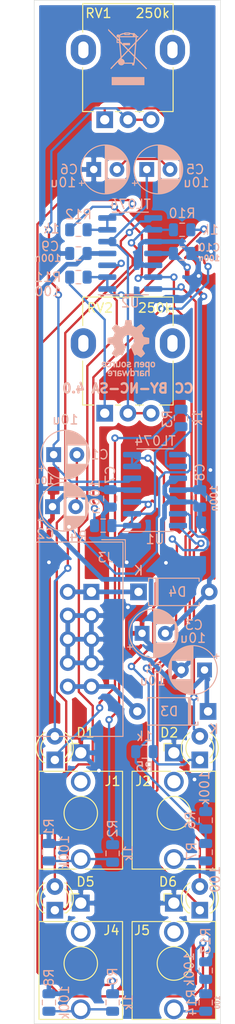
<source format=kicad_pcb>
(kicad_pcb (version 20171130) (host pcbnew "(5.1.4)-1")
  (layers (0 F.Cu signal) (31 B.Cu signal) (34 B.Paste user) (35 F.Paste user) (36 B.SilkS user) (37 F.SilkS user) (38 B.Mask user) (39 F.Mask user) (44 Edge.Cuts user))
  (net 0 "")
  (net 1 "Net-(C1-Pad2)")
  (net 2 "Net-(C1-Pad1)")
  (net 3 +12V)
  (net 4 -12V)
  (net 5 "Net-(C5-Pad2)")
  (net 6 "Net-(C5-Pad1)")
  (net 7 "Net-(D1-Pad2)")
  (net 8 "Net-(D1-Pad1)")
  (net 9 "Net-(D2-Pad2)")
  (net 10 "Net-(D2-Pad1)")
  (net 11 "Net-(D3-Pad2)")
  (net 12 "Net-(D4-Pad1)")
  (net 13 "Net-(D5-Pad2)")
  (net 14 "Net-(D5-Pad1)")
  (net 15 "Net-(D6-Pad2)")
  (net 16 "Net-(D6-Pad1)")
  (net 17 "Net-(J1-PadT)")
  (net 18 "Net-(J2-PadT)")
  (net 19 "Net-(J4-PadT)")
  (net 20 "Net-(J5-PadT)")
  (net 21 "Net-(R2-Pad1)")
  (net 22 "Net-(R3-Pad1)")
  (net 23 "Net-(R4-Pad1)")
  (net 24 "Net-(R5-Pad1)")
  (net 25 "Net-(R9-Pad1)")
  (net 26 "Net-(R10-Pad1)")
  (net 27 "Net-(R11-Pad1)")
  (net 28 "Net-(R12-Pad1)")
  (net 29 Earth)
  (module Symbol:WEEE-Logo_4.2x6mm_SilkScreen (layer B.Cu) (at 208.661 29.337 180)
    (fp_text reference J26 hide)
    (fp_text value WEEE hide)
  )
  (module Symbol:OSHW-Logo_5.7x6mm_SilkScreen (layer B.Cu) (at 208.7245 60.579 180)
    (fp_text reference J27 hide)
    (fp_text value OSHW hide)
  )
  (module Potentiometer_THT:Potentiometer_Alpha_RD901F-40-00D_Single_Vertical (layer F.Cu) (at 206.161 67.564 90)
    (fp_text reference RV2 (at 11.303 -0.508) (layer F.SilkS))
    (fp_text value 250k (at 11.303 5.421) (layer F.SilkS))
    (pad "" thru_hole oval (at 7.5 -2.3 180) (size 2.72 3.24) (drill oval 1.1 1.8) (layers *.Cu *.Mask))
    (pad "" thru_hole oval (at 7.5 7.3 180) (size 2.72 3.24) (drill oval 1.1 1.8) (layers *.Cu *.Mask))
    (pad 3 thru_hole circle (at 0 5 180) (size 1.8 1.8) (drill 1) (layers *.Cu *.Mask) (net 6 "Net-(C5-Pad1)"))
    (pad 2 thru_hole circle (at 0 2.5 180) (size 1.8 1.8) (drill 1) (layers *.Cu *.Mask) (net 6 "Net-(C5-Pad1)"))
    (pad 1 thru_hole rect (at 0 0 180) (size 1.8 1.8) (drill 1) (layers *.Cu *.Mask) (net 27 "Net-(R11-Pad1)"))
  )
  (module Potentiometer_THT:Potentiometer_Alpha_RD901F-40-00D_Single_Vertical (layer F.Cu) (at 206.161 36.068 90)
    (fp_text reference RV1 (at 11.43 -0.675) (layer F.SilkS))
    (fp_text value 250k (at 11.43 5.167) (layer F.SilkS))
    (pad "" thru_hole oval (at 7.5 -2.3 180) (size 2.72 3.24) (drill oval 1.1 1.8) (layers *.Cu *.Mask))
    (pad "" thru_hole oval (at 7.5 7.3 180) (size 2.72 3.24) (drill oval 1.1 1.8) (layers *.Cu *.Mask))
    (pad 3 thru_hole circle (at 0 5 180) (size 1.8 1.8) (drill 1) (layers *.Cu *.Mask) (net 2 "Net-(C1-Pad1)"))
    (pad 2 thru_hole circle (at 0 2.5 180) (size 1.8 1.8) (drill 1) (layers *.Cu *.Mask) (net 2 "Net-(C1-Pad1)"))
    (pad 1 thru_hole rect (at 0 0 180) (size 1.8 1.8) (drill 1) (layers *.Cu *.Mask) (net 23 "Net-(R4-Pad1)"))
  )
  (module Package_SO:SOIC-14_3.9x8.7mm_P1.27mm (layer B.Cu) (at 208.915 50.419)
    (fp_text reference U2 (at 0 5.28) (layer B.SilkS) (effects (justify mirror)))
    (fp_text value TL074 (at 0 -5.28) (layer B.SilkS) (effects (justify mirror)))
    (pad 14 smd roundrect (at 2.475 3.81) (size 1.95 0.6) (layers B.Cu B.Paste B.Mask) (net 15 "Net-(D6-Pad2)"))
    (pad 13 smd roundrect (at 2.475 2.54) (size 1.95 0.6) (layers B.Cu B.Paste B.Mask) (net 16 "Net-(D6-Pad1)"))
    (pad 12 smd roundrect (at 2.475 1.27) (size 1.95 0.6) (layers B.Cu B.Paste B.Mask) (net 29 Earth))
    (pad 11 smd roundrect (at 2.475 0) (size 1.95 0.6) (layers B.Cu B.Paste B.Mask) (net 4 -12V))
    (pad 10 smd roundrect (at 2.475 -1.27) (size 1.95 0.6) (layers B.Cu B.Paste B.Mask) (net 29 Earth))
    (pad 9 smd roundrect (at 2.475 -2.54) (size 1.95 0.6) (layers B.Cu B.Paste B.Mask) (net 14 "Net-(D5-Pad1)"))
    (pad 8 smd roundrect (at 2.475 -3.81) (size 1.95 0.6) (layers B.Cu B.Paste B.Mask) (net 13 "Net-(D5-Pad2)"))
    (pad 7 smd roundrect (at -2.475 -3.81) (size 1.95 0.6) (layers B.Cu B.Paste B.Mask) (net 28 "Net-(R12-Pad1)"))
    (pad 6 smd roundrect (at -2.475 -2.54) (size 1.95 0.6) (layers B.Cu B.Paste B.Mask) (net 28 "Net-(R12-Pad1)"))
    (pad 5 smd roundrect (at -2.475 -1.27) (size 1.95 0.6) (layers B.Cu B.Paste B.Mask) (net 6 "Net-(C5-Pad1)"))
    (pad 4 smd roundrect (at -2.475 0) (size 1.95 0.6) (layers B.Cu B.Paste B.Mask) (net 3 +12V))
    (pad 3 smd roundrect (at -2.475 1.27) (size 1.95 0.6) (layers B.Cu B.Paste B.Mask) (net 25 "Net-(R9-Pad1)"))
    (pad 2 smd roundrect (at -2.475 2.54) (size 1.95 0.6) (layers B.Cu B.Paste B.Mask) (net 26 "Net-(R10-Pad1)"))
    (pad 1 smd roundrect (at -2.475 3.81) (size 1.95 0.6) (layers B.Cu B.Paste B.Mask) (net 26 "Net-(R10-Pad1)"))
  )
  (module Package_SO:SOIC-14_3.9x8.7mm_P1.27mm (layer B.Cu) (at 211.582 75.819)
    (fp_text reference U1 (at 0 5.28) (layer B.SilkS) (effects (justify mirror)))
    (fp_text value TL074 (at 0 -5.28) (layer B.SilkS) (effects (justify mirror)))
    (pad 14 smd roundrect (at 2.475 3.81) (size 1.95 0.6) (layers B.Cu B.Paste B.Mask) (net 9 "Net-(D2-Pad2)"))
    (pad 13 smd roundrect (at 2.475 2.54) (size 1.95 0.6) (layers B.Cu B.Paste B.Mask) (net 10 "Net-(D2-Pad1)"))
    (pad 12 smd roundrect (at 2.475 1.27) (size 1.95 0.6) (layers B.Cu B.Paste B.Mask) (net 29 Earth))
    (pad 11 smd roundrect (at 2.475 0) (size 1.95 0.6) (layers B.Cu B.Paste B.Mask) (net 4 -12V))
    (pad 10 smd roundrect (at 2.475 -1.27) (size 1.95 0.6) (layers B.Cu B.Paste B.Mask) (net 29 Earth))
    (pad 9 smd roundrect (at 2.475 -2.54) (size 1.95 0.6) (layers B.Cu B.Paste B.Mask) (net 8 "Net-(D1-Pad1)"))
    (pad 8 smd roundrect (at 2.475 -3.81) (size 1.95 0.6) (layers B.Cu B.Paste B.Mask) (net 7 "Net-(D1-Pad2)"))
    (pad 7 smd roundrect (at -2.475 -3.81) (size 1.95 0.6) (layers B.Cu B.Paste B.Mask) (net 24 "Net-(R5-Pad1)"))
    (pad 6 smd roundrect (at -2.475 -2.54) (size 1.95 0.6) (layers B.Cu B.Paste B.Mask) (net 24 "Net-(R5-Pad1)"))
    (pad 5 smd roundrect (at -2.475 -1.27) (size 1.95 0.6) (layers B.Cu B.Paste B.Mask) (net 2 "Net-(C1-Pad1)"))
    (pad 4 smd roundrect (at -2.475 0) (size 1.95 0.6) (layers B.Cu B.Paste B.Mask) (net 3 +12V))
    (pad 3 smd roundrect (at -2.475 1.27) (size 1.95 0.6) (layers B.Cu B.Paste B.Mask) (net 21 "Net-(R2-Pad1)"))
    (pad 2 smd roundrect (at -2.475 2.54) (size 1.95 0.6) (layers B.Cu B.Paste B.Mask) (net 22 "Net-(R3-Pad1)"))
    (pad 1 smd roundrect (at -2.475 3.81) (size 1.95 0.6) (layers B.Cu B.Paste B.Mask) (net 22 "Net-(R3-Pad1)"))
  )
  (module Resistor_SMD:R_0805_2012Metric (layer B.Cu) (at 217.043 130.81 90)
    (fp_text reference R14 (at 0 -1.524 270) (layer B.SilkS) (effects (justify mirror)))
    (fp_text value 100 (at 0 1.27 270) (layer B.SilkS) (effects (font (size 0.5 0.5) (thickness 0.125)) (justify mirror)))
    (pad 2 smd roundrect (at 0.9375 0 90) (size 0.975 1.4) (layers B.Cu B.Paste B.Mask) (net 28 "Net-(R12-Pad1)"))
    (pad 1 smd roundrect (at -0.9375 0 90) (size 0.975 1.4) (layers B.Cu B.Paste B.Mask) (net 20 "Net-(J5-PadT)"))
  )
  (module Resistor_SMD:R_0805_2012Metric (layer B.Cu) (at 217.043 127.381 270)
    (fp_text reference R13 (at -3.175 0 270) (layer B.SilkS) (effects (justify mirror)))
    (fp_text value 100k (at -0.127 1.778 270) (layer B.SilkS) (effects (justify mirror)))
    (pad 2 smd roundrect (at 0.9375 0 270) (size 0.975 1.4) (layers B.Cu B.Paste B.Mask) (net 28 "Net-(R12-Pad1)"))
    (pad 1 smd roundrect (at -0.9375 0 270) (size 0.975 1.4) (layers B.Cu B.Paste B.Mask) (net 29 Earth))
  )
  (module Resistor_SMD:R_0805_2012Metric (layer B.Cu) (at 203.327 47.879 180)
    (fp_text reference R12 (at 0 1.65) (layer B.SilkS) (effects (justify mirror)))
    (fp_text value 1k (at 2.921 0.127) (layer B.SilkS) (effects (justify mirror)))
    (pad 2 smd roundrect (at 0.9375 0 180) (size 0.975 1.4) (layers B.Cu B.Paste B.Mask) (net 16 "Net-(D6-Pad1)"))
    (pad 1 smd roundrect (at -0.9375 0 180) (size 0.975 1.4) (layers B.Cu B.Paste B.Mask) (net 28 "Net-(R12-Pad1)"))
  )
  (module Resistor_SMD:R_0805_2012Metric (layer B.Cu) (at 203.327 52.959)
    (fp_text reference R11 (at -3.302 0 180) (layer B.SilkS) (effects (justify mirror)))
    (fp_text value 100 (at -3.302 1.524 180) (layer B.SilkS) (effects (justify mirror)))
    (pad 2 smd roundrect (at 0.9375 0) (size 0.975 1.4) (layers B.Cu B.Paste B.Mask) (net 26 "Net-(R10-Pad1)"))
    (pad 1 smd roundrect (at -0.9375 0) (size 0.975 1.4) (layers B.Cu B.Paste B.Mask) (net 27 "Net-(R11-Pad1)"))
  )
  (module Resistor_SMD:R_0805_2012Metric (layer B.Cu) (at 214.503 47.879 180)
    (fp_text reference R10 (at 0 1.778 180) (layer B.SilkS) (effects (justify mirror)))
    (fp_text value 1k (at -3.048 0 180) (layer B.SilkS) (effects (justify mirror)))
    (pad 2 smd roundrect (at 0.9375 0 180) (size 0.975 1.4) (layers B.Cu B.Paste B.Mask) (net 14 "Net-(D5-Pad1)"))
    (pad 1 smd roundrect (at -0.9375 0 180) (size 0.975 1.4) (layers B.Cu B.Paste B.Mask) (net 26 "Net-(R10-Pad1)"))
  )
  (module Resistor_SMD:R_0805_2012Metric (layer B.Cu) (at 207.01 130.81 270)
    (fp_text reference R9 (at -2.794 0 90) (layer B.SilkS) (effects (justify mirror)))
    (fp_text value 1k (at 0 -1.65 90) (layer B.SilkS) (effects (justify mirror)))
    (pad 2 smd roundrect (at 0.9375 0 270) (size 0.975 1.4) (layers B.Cu B.Paste B.Mask) (net 19 "Net-(J4-PadT)"))
    (pad 1 smd roundrect (at -0.9375 0 270) (size 0.975 1.4) (layers B.Cu B.Paste B.Mask) (net 25 "Net-(R9-Pad1)"))
  )
  (module Resistor_SMD:R_0805_2012Metric (layer B.Cu) (at 200.152 130.81 270)
    (fp_text reference R8 (at -2.667 0 90) (layer B.SilkS) (effects (justify mirror)))
    (fp_text value 100k (at 0 -1.65 90) (layer B.SilkS) (effects (justify mirror)))
    (pad 2 smd roundrect (at 0.9375 0 270) (size 0.975 1.4) (layers B.Cu B.Paste B.Mask) (net 19 "Net-(J4-PadT)"))
    (pad 1 smd roundrect (at -0.9375 0 270) (size 0.975 1.4) (layers B.Cu B.Paste B.Mask) (net 29 Earth))
  )
  (module Resistor_SMD:R_0805_2012Metric (layer B.Cu) (at 217.043 114.681 90)
    (fp_text reference R7 (at 0.127 -1.524 270) (layer B.SilkS) (effects (justify mirror)))
    (fp_text value 100 (at -2.921 1.016 270) (layer B.SilkS) (effects (justify mirror)))
    (pad 2 smd roundrect (at 0.9375 0 90) (size 0.975 1.4) (layers B.Cu B.Paste B.Mask) (net 24 "Net-(R5-Pad1)"))
    (pad 1 smd roundrect (at -0.9375 0 90) (size 0.975 1.4) (layers B.Cu B.Paste B.Mask) (net 18 "Net-(J2-PadT)"))
  )
  (module Resistor_SMD:R_0805_2012Metric (layer B.Cu) (at 217.043 111.252 270)
    (fp_text reference R6 (at 0 1.65 270) (layer B.SilkS) (effects (justify mirror)))
    (fp_text value 100k (at -3.429 0.127 270) (layer B.SilkS) (effects (justify mirror)))
    (pad 2 smd roundrect (at 0.9375 0 270) (size 0.975 1.4) (layers B.Cu B.Paste B.Mask) (net 24 "Net-(R5-Pad1)"))
    (pad 1 smd roundrect (at -0.9375 0 270) (size 0.975 1.4) (layers B.Cu B.Paste B.Mask) (net 29 Earth))
  )
  (module Resistor_SMD:R_0805_2012Metric (layer B.Cu) (at 210.439 103.886)
    (fp_text reference R5 (at 0 1.65) (layer B.SilkS) (effects (justify mirror)))
    (fp_text value 1k (at 0 -1.65) (layer B.SilkS) (effects (justify mirror)))
    (pad 2 smd roundrect (at 0.9375 0) (size 0.975 1.4) (layers B.Cu B.Paste B.Mask) (net 10 "Net-(D2-Pad1)"))
    (pad 1 smd roundrect (at -0.9375 0) (size 0.975 1.4) (layers B.Cu B.Paste B.Mask) (net 24 "Net-(R5-Pad1)"))
  )
  (module Resistor_SMD:R_0805_2012Metric (layer B.Cu) (at 205.994 79.629)
    (fp_text reference R4 (at -2.667 1.143 180) (layer B.SilkS) (effects (justify mirror)))
    (fp_text value 100)
    (pad 2 smd roundrect (at 0.9375 0) (size 0.975 1.4) (layers B.Cu B.Paste B.Mask) (net 22 "Net-(R3-Pad1)"))
    (pad 1 smd roundrect (at -0.9375 0) (size 0.975 1.4) (layers B.Cu B.Paste B.Mask) (net 23 "Net-(R4-Pad1)"))
  )
  (module Resistor_SMD:R_0805_2012Metric (layer B.Cu) (at 214.376 68.072 90)
    (fp_text reference R3 (at -0.127 -1.4605 90) (layer B.SilkS) (effects (justify mirror)))
    (fp_text value 1k (at 0 1.778 90) (layer B.SilkS) (effects (justify mirror)))
    (pad 2 smd roundrect (at 0.9375 0 90) (size 0.975 1.4) (layers B.Cu B.Paste B.Mask) (net 8 "Net-(D1-Pad1)"))
    (pad 1 smd roundrect (at -0.9375 0 90) (size 0.975 1.4) (layers B.Cu B.Paste B.Mask) (net 22 "Net-(R3-Pad1)"))
  )
  (module Resistor_SMD:R_0805_2012Metric (layer B.Cu) (at 207.01 114.808 270)
    (fp_text reference R2 (at -2.667 0 270) (layer B.SilkS) (effects (justify mirror)))
    (fp_text value 1k (at 0 -1.65 270) (layer B.SilkS) (effects (justify mirror)))
    (pad 2 smd roundrect (at 0.9375 0 270) (size 0.975 1.4) (layers B.Cu B.Paste B.Mask) (net 17 "Net-(J1-PadT)"))
    (pad 1 smd roundrect (at -0.9375 0 270) (size 0.975 1.4) (layers B.Cu B.Paste B.Mask) (net 21 "Net-(R2-Pad1)"))
  )
  (module Resistor_SMD:R_0805_2012Metric (layer B.Cu) (at 200.152 114.681 270)
    (fp_text reference R1 (at -2.667 0 270) (layer B.SilkS) (effects (justify mirror)))
    (fp_text value 100k (at 0 -1.65 270) (layer B.SilkS) (effects (justify mirror)))
    (pad 2 smd roundrect (at 0.9375 0 270) (size 0.975 1.4) (layers B.Cu B.Paste B.Mask) (net 17 "Net-(J1-PadT)"))
    (pad 1 smd roundrect (at -0.9375 0 270) (size 0.975 1.4) (layers B.Cu B.Paste B.Mask) (net 29 Earth))
  )
  (module Connector_Audio:Jack_3.5mm_QingPu_WQP-PJ398SM_Vertical_CircularHoles (layer F.Cu) (at 213.614 120.142)
    (fp_text reference J5 (at -3.429 2.921 180) (layer F.SilkS))
    (fp_text value AudioJack2)
    (pad T thru_hole circle (at 0 11.4 180) (size 2.13 2.13) (drill 1.43) (layers *.Cu *.Mask) (net 20 "Net-(J5-PadT)"))
    (pad S thru_hole rect (at 0 0 180) (size 1.93 1.83) (drill 1.22) (layers *.Cu *.Mask) (net 29 Earth))
    (pad TN thru_hole circle (at 0 3.1 180) (size 2.13 2.13) (drill 1.42) (layers *.Cu *.Mask))
  )
  (module Connector_Audio:Jack_3.5mm_QingPu_WQP-PJ398SM_Vertical_CircularHoles (layer F.Cu) (at 203.581 120.142)
    (fp_text reference J4 (at 3.302 2.921 180) (layer F.SilkS))
    (fp_text value AudioJack2)
    (pad T thru_hole circle (at 0 11.4 180) (size 2.13 2.13) (drill 1.43) (layers *.Cu *.Mask) (net 19 "Net-(J4-PadT)"))
    (pad S thru_hole rect (at 0 0 180) (size 1.93 1.83) (drill 1.22) (layers *.Cu *.Mask) (net 29 Earth))
    (pad TN thru_hole circle (at 0 3.1 180) (size 2.13 2.13) (drill 1.42) (layers *.Cu *.Mask))
  )
  (module Connector_IDC:IDC-Header_2x05_P2.54mm_Vertical (layer B.Cu) (at 204.724 86.741 180)
    (fp_text reference J3 (at -1.524 3.683 180) (layer B.SilkS) (effects (justify mirror)))
    (fp_text value Conn_02x05_Odd_Even)
    (pad 10 thru_hole oval (at 2.54 -10.16 180) (size 1.7272 1.7272) (drill 1.016) (layers *.Cu *.Mask) (net 11 "Net-(D3-Pad2)"))
    (pad 9 thru_hole oval (at 0 -10.16 180) (size 1.7272 1.7272) (drill 1.016) (layers *.Cu *.Mask) (net 11 "Net-(D3-Pad2)"))
    (pad 8 thru_hole oval (at 2.54 -7.62 180) (size 1.7272 1.7272) (drill 1.016) (layers *.Cu *.Mask) (net 29 Earth))
    (pad 7 thru_hole oval (at 0 -7.62 180) (size 1.7272 1.7272) (drill 1.016) (layers *.Cu *.Mask) (net 29 Earth))
    (pad 6 thru_hole oval (at 2.54 -5.08 180) (size 1.7272 1.7272) (drill 1.016) (layers *.Cu *.Mask) (net 29 Earth))
    (pad 5 thru_hole oval (at 0 -5.08 180) (size 1.7272 1.7272) (drill 1.016) (layers *.Cu *.Mask) (net 29 Earth))
    (pad 4 thru_hole oval (at 2.54 -2.54 180) (size 1.7272 1.7272) (drill 1.016) (layers *.Cu *.Mask) (net 29 Earth))
    (pad 3 thru_hole oval (at 0 -2.54 180) (size 1.7272 1.7272) (drill 1.016) (layers *.Cu *.Mask) (net 29 Earth))
    (pad 2 thru_hole oval (at 2.54 0 180) (size 1.7272 1.7272) (drill 1.016) (layers *.Cu *.Mask) (net 12 "Net-(D4-Pad1)"))
    (pad 1 thru_hole rect (at 0 0 180) (size 1.7272 1.7272) (drill 1.016) (layers *.Cu *.Mask) (net 12 "Net-(D4-Pad1)"))
  )
  (module Connector_Audio:Jack_3.5mm_QingPu_WQP-PJ398SM_Vertical_CircularHoles (layer F.Cu) (at 213.614 104.013)
    (fp_text reference J2 (at -3.302 3.048 180) (layer F.SilkS))
    (fp_text value AudioJack2)
    (pad T thru_hole circle (at 0 11.4 180) (size 2.13 2.13) (drill 1.43) (layers *.Cu *.Mask) (net 18 "Net-(J2-PadT)"))
    (pad S thru_hole rect (at 0 0 180) (size 1.93 1.83) (drill 1.22) (layers *.Cu *.Mask) (net 29 Earth))
    (pad TN thru_hole circle (at 0 3.1 180) (size 2.13 2.13) (drill 1.42) (layers *.Cu *.Mask))
  )
  (module Connector_Audio:Jack_3.5mm_QingPu_WQP-PJ398SM_Vertical_CircularHoles (layer F.Cu) (at 203.581 104.013)
    (fp_text reference J1 (at 3.429 3.048 180) (layer F.SilkS))
    (fp_text value AudioJack2)
    (pad T thru_hole circle (at 0 11.4 180) (size 2.13 2.13) (drill 1.43) (layers *.Cu *.Mask) (net 17 "Net-(J1-PadT)"))
    (pad S thru_hole rect (at 0 0 180) (size 1.93 1.83) (drill 1.22) (layers *.Cu *.Mask) (net 29 Earth))
    (pad TN thru_hole circle (at 0 3.1 180) (size 2.13 2.13) (drill 1.42) (layers *.Cu *.Mask))
  )
  (module LED_THT:LED_D3.0mm (layer F.Cu) (at 216.408 120.904 90)
    (fp_text reference D6 (at 3.048 -3.429 180) (layer F.SilkS))
    (fp_text value LED_Dual_2pin)
    (pad 2 thru_hole circle (at 2.54 0 90) (size 1.8 1.8) (drill 0.9) (layers *.Cu *.Mask) (net 15 "Net-(D6-Pad2)"))
    (pad 1 thru_hole rect (at 0 0 90) (size 1.8 1.8) (drill 0.9) (layers *.Cu *.Mask) (net 16 "Net-(D6-Pad1)"))
  )
  (module LED_THT:LED_D3.0mm (layer F.Cu) (at 200.787 120.904 90)
    (fp_text reference D5 (at 3.048 3.302 180) (layer F.SilkS))
    (fp_text value LED_Dual_2pin)
    (pad 2 thru_hole circle (at 2.54 0 90) (size 1.8 1.8) (drill 0.9) (layers *.Cu *.Mask) (net 13 "Net-(D5-Pad2)"))
    (pad 1 thru_hole rect (at 0 0 90) (size 1.8 1.8) (drill 0.9) (layers *.Cu *.Mask) (net 14 "Net-(D5-Pad1)"))
  )
  (module Diode_THT:D_A-405_P7.62mm_Horizontal (layer B.Cu) (at 209.804 86.741)
    (fp_text reference D4 (at 4.191 0) (layer B.SilkS) (effects (justify mirror)))
    (fp_text value D_Schottky)
    (fp_text user K (at 0 -2.286) (layer B.SilkS) (effects (justify mirror)))
    (pad 2 thru_hole oval (at 7.62 0) (size 1.8 1.8) (drill 0.9) (layers *.Cu *.Mask) (net 4 -12V))
    (pad 1 thru_hole rect (at 0 0) (size 1.8 1.8) (drill 0.9) (layers *.Cu *.Mask) (net 12 "Net-(D4-Pad1)"))
  )
  (module Diode_THT:D_A-405_P7.62mm_Horizontal (layer B.Cu) (at 217.297 99.568 180)
    (fp_text reference D3 (at 4.191 0) (layer B.SilkS) (effects (justify mirror)))
    (fp_text value D_Schottky)
    (fp_text user K (at -0.635 -1.905) (layer B.SilkS) (effects (justify mirror)))
    (pad 2 thru_hole oval (at 7.62 0 180) (size 1.8 1.8) (drill 0.9) (layers *.Cu *.Mask) (net 11 "Net-(D3-Pad2)"))
    (pad 1 thru_hole rect (at 0 0 180) (size 1.8 1.8) (drill 0.9) (layers *.Cu *.Mask) (net 3 +12V))
  )
  (module LED_THT:LED_D3.0mm (layer F.Cu) (at 216.408 104.775 90)
    (fp_text reference D2 (at 2.921 -3.302 180) (layer F.SilkS))
    (fp_text value LED_Dual_2pin)
    (pad 2 thru_hole circle (at 2.54 0 90) (size 1.8 1.8) (drill 0.9) (layers *.Cu *.Mask) (net 9 "Net-(D2-Pad2)"))
    (pad 1 thru_hole rect (at 0 0 90) (size 1.8 1.8) (drill 0.9) (layers *.Cu *.Mask) (net 10 "Net-(D2-Pad1)"))
  )
  (module LED_THT:LED_D3.0mm (layer F.Cu) (at 200.787 104.775 90)
    (fp_text reference D1 (at 2.921 3.302 180) (layer F.SilkS))
    (fp_text value LED_Dual_2pin)
    (pad 2 thru_hole circle (at 2.54 0 90) (size 1.8 1.8) (drill 0.9) (layers *.Cu *.Mask) (net 7 "Net-(D1-Pad2)"))
    (pad 1 thru_hole rect (at 0 0 90) (size 1.8 1.8) (drill 0.9) (layers *.Cu *.Mask) (net 8 "Net-(D1-Pad1)"))
  )
  (module Capacitor_SMD:C_0805_2012Metric (layer B.Cu) (at 214.503 50.419 180)
    (fp_text reference C10 (at -2.921 0.635) (layer B.SilkS) (effects (font (size 0.8 0.8)) (justify mirror)))
    (fp_text value 100n (at -2.921 -0.508) (layer B.SilkS) (effects (font (size 0.6 0.6)) (justify mirror)))
    (pad 2 smd roundrect (at 0.9375 0 180) (size 0.975 1.4) (layers B.Cu B.Paste B.Mask) (net 4 -12V))
    (pad 1 smd roundrect (at -0.9375 0 180) (size 0.975 1.4) (layers B.Cu B.Paste B.Mask) (net 29 Earth))
  )
  (module Capacitor_SMD:C_0805_2012Metric (layer B.Cu) (at 203.327 50.419)
    (fp_text reference C9 (at -3.048 -0.762) (layer B.SilkS) (effects (justify mirror)))
    (fp_text value 100n (at -3.302 0.508) (layer B.SilkS) (effects (font (size 0.75 0.75)) (justify mirror)))
    (pad 2 smd roundrect (at 0.9375 0) (size 0.975 1.4) (layers B.Cu B.Paste B.Mask) (net 3 +12V))
    (pad 1 smd roundrect (at -0.9375 0) (size 0.975 1.4) (layers B.Cu B.Paste B.Mask) (net 29 Earth))
  )
  (module Capacitor_SMD:C_0805_2012Metric (layer B.Cu) (at 216.408 76.708 270)
    (fp_text reference C8 (at -2.794 0 270) (layer B.SilkS) (effects (justify mirror)))
    (fp_text value 100n (at 0 -1.524 270) (layer B.SilkS) (effects (font (size 0.75 0.75)) (justify mirror)))
    (pad 2 smd roundrect (at 0.9375 0 270) (size 0.975 1.4) (layers B.Cu B.Paste B.Mask) (net 29 Earth))
    (pad 1 smd roundrect (at -0.9375 0 270) (size 0.975 1.4) (layers B.Cu B.Paste B.Mask) (net 4 -12V))
  )
  (module Capacitor_SMD:C_0805_2012Metric (layer B.Cu) (at 206.756 76.708 270)
    (fp_text reference C7 (at -2.54 0 90) (layer B.SilkS) (effects (justify mirror)))
    (fp_text value 100n (at -0.127 1.651 90) (layer B.SilkS) (effects (justify mirror)))
    (pad 2 smd roundrect (at 0.9375 0 270) (size 0.975 1.4) (layers B.Cu B.Paste B.Mask) (net 29 Earth))
    (pad 1 smd roundrect (at -0.9375 0 270) (size 0.975 1.4) (layers B.Cu B.Paste B.Mask) (net 3 +12V))
  )
  (module Capacitor_THT:CP_Radial_D5.0mm_P2.50mm (layer B.Cu) (at 204.978 41.402)
    (fp_text reference C6 (at -2.667 0) (layer B.SilkS) (effects (justify mirror)))
    (fp_text value 10u (at -3.302 1.397) (layer B.SilkS) (effects (justify mirror)))
    (pad 2 thru_hole circle (at 2.5 0) (size 1.6 1.6) (drill 0.8) (layers *.Cu *.Mask) (net 5 "Net-(C5-Pad2)"))
    (pad 1 thru_hole rect (at 0 0) (size 1.6 1.6) (drill 0.8) (layers *.Cu *.Mask) (net 29 Earth))
  )
  (module Capacitor_THT:CP_Radial_D5.0mm_P2.50mm (layer B.Cu) (at 210.693 41.402)
    (fp_text reference C5 (at 5.207 0) (layer B.SilkS) (effects (justify mirror)))
    (fp_text value 10u (at 5.334 1.397) (layer B.SilkS) (effects (justify mirror)))
    (pad 2 thru_hole circle (at 2.5 0) (size 1.6 1.6) (drill 0.8) (layers *.Cu *.Mask) (net 5 "Net-(C5-Pad2)"))
    (pad 1 thru_hole rect (at 0 0) (size 1.6 1.6) (drill 0.8) (layers *.Cu *.Mask) (net 6 "Net-(C5-Pad1)"))
  )
  (module Capacitor_THT:CP_Radial_D5.0mm_P2.50mm (layer B.Cu) (at 210.185 91.186)
    (fp_text reference C4 (at 1.25 3.75) (layer B.SilkS) (effects (justify mirror)))
    (fp_text value 10u (at 1.143 5.08) (layer B.SilkS) (effects (justify mirror)))
    (pad 2 thru_hole circle (at 2.5 0) (size 1.6 1.6) (drill 0.8) (layers *.Cu *.Mask) (net 4 -12V))
    (pad 1 thru_hole rect (at 0 0) (size 1.6 1.6) (drill 0.8) (layers *.Cu *.Mask) (net 29 Earth))
  )
  (module Capacitor_THT:CP_Radial_D5.0mm_P2.50mm (layer B.Cu) (at 216.916 95.123 180)
    (fp_text reference C3 (at 1.143 4.826) (layer B.SilkS) (effects (justify mirror)))
    (fp_text value 10u (at 1.25 3.429) (layer B.SilkS) (effects (justify mirror)))
    (pad 2 thru_hole circle (at 2.5 0 180) (size 1.6 1.6) (drill 0.8) (layers *.Cu *.Mask) (net 29 Earth))
    (pad 1 thru_hole rect (at 0 0 180) (size 1.6 1.6) (drill 0.8) (layers *.Cu *.Mask) (net 3 +12V))
  )
  (module Capacitor_THT:CP_Radial_D5.0mm_P2.50mm (layer B.Cu) (at 200.533 77.597)
    (fp_text reference C2 (at -0.762 2.921) (layer B.SilkS) (effects (justify mirror)))
    (fp_text value 10u (at -0.889 -2.794) (layer B.SilkS) (effects (font (size 0.75 0.75)) (justify mirror)))
    (pad 2 thru_hole circle (at 2.5 0) (size 1.6 1.6) (drill 0.8) (layers *.Cu *.Mask) (net 1 "Net-(C1-Pad2)"))
    (pad 1 thru_hole rect (at 0 0) (size 1.6 1.6) (drill 0.8) (layers *.Cu *.Mask) (net 29 Earth))
  )
  (module Capacitor_THT:CP_Radial_D5.0mm_P2.50mm (layer B.Cu) (at 200.66 72.009)
    (fp_text reference C1 (at 4.953 0) (layer B.SilkS) (effects (justify mirror)))
    (fp_text value 10u (at 1.25 -3.75) (layer B.SilkS) (effects (justify mirror)))
    (pad 2 thru_hole circle (at 2.5 0) (size 1.6 1.6) (drill 0.8) (layers *.Cu *.Mask) (net 1 "Net-(C1-Pad2)"))
    (pad 1 thru_hole rect (at 0 0) (size 1.6 1.6) (drill 0.8) (layers *.Cu *.Mask) (net 2 "Net-(C1-Pad1)"))
  )
  (gr_text "CC BY-NC-SA 4.0" (at 208.661 64.897) (layer B.SilkS) (effects (font (size 1 1) (thickness 0.25)) (justify mirror)))
  (gr_line (start 198.5645 23.241) (end 198.5645 133.096) (layer Edge.Cuts) (width 0.05))
  (gr_line (start 198.5645 133.096) (end 218.6305 133.096) (layer Edge.Cuts) (width 0.05))
  (gr_line (start 218.6305 23.241) (end 218.6305 133.096) (layer Edge.Cuts) (width 0.05))
  (gr_line (start 198.5645 23.241) (end 218.6305 23.241) (layer Edge.Cuts) (width 0.05))
  (segment (start 203.16 77.47) (end 203.033 77.597) (width 0.25) (layer F.Cu) (net 1))
  (segment (start 203.16 72.009) (end 203.16 77.47) (width 0.25) (layer F.Cu) (net 1))
  (segment (start 200.66 73.059) (end 200.66 72.009) (width 0.25) (layer B.Cu) (net 2))
  (segment (start 202.52071 74.91971) (end 200.66 73.059) (width 0.25) (layer B.Cu) (net 2))
  (segment (start 208.73629 74.91971) (end 202.52071 74.91971) (width 0.25) (layer B.Cu) (net 2))
  (segment (start 209.107 74.549) (end 208.73629 74.91971) (width 0.25) (layer B.Cu) (net 2))
  (segment (start 200.66 70.959) (end 201.168 70.451) (width 0.25) (layer B.Cu) (net 2))
  (segment (start 200.66 72.009) (end 200.66 70.959) (width 0.25) (layer B.Cu) (net 2))
  (segment (start 201.168 70.451) (end 201.168 54.864) (width 0.25) (layer B.Cu) (net 2))
  (segment (start 201.168 54.864) (end 201.168 54.864) (width 0.25) (layer B.Cu) (net 2))
  (via (at 201.168 54.864) (size 0.8) (drill 0.4) (layers F.Cu B.Cu) (net 2))
  (segment (start 201.168 54.298315) (end 200.152 53.282315) (width 0.25) (layer F.Cu) (net 2))
  (segment (start 201.168 54.864) (end 201.168 54.298315) (width 0.25) (layer F.Cu) (net 2))
  (segment (start 200.152 53.282315) (end 200.152 47.879) (width 0.25) (layer F.Cu) (net 2))
  (segment (start 200.152 47.879) (end 200.152 47.879) (width 0.25) (layer F.Cu) (net 2))
  (via (at 200.152 47.879) (size 0.8) (drill 0.4) (layers F.Cu B.Cu) (net 2))
  (segment (start 200.152 47.313315) (end 200.406 47.059315) (width 0.25) (layer B.Cu) (net 2))
  (segment (start 200.152 47.879) (end 200.152 47.313315) (width 0.25) (layer B.Cu) (net 2))
  (segment (start 207.761001 35.168001) (end 208.661 36.068) (width 0.25) (layer B.Cu) (net 2))
  (segment (start 207.435999 34.842999) (end 207.761001 35.168001) (width 0.25) (layer B.Cu) (net 2))
  (segment (start 205.000999 34.842999) (end 207.435999 34.842999) (width 0.25) (layer B.Cu) (net 2))
  (segment (start 200.406 39.437998) (end 205.000999 34.842999) (width 0.25) (layer B.Cu) (net 2))
  (segment (start 200.406 47.059315) (end 200.406 39.437998) (width 0.25) (layer B.Cu) (net 2))
  (segment (start 211.161 36.068) (end 208.661 36.068) (width 0.25) (layer F.Cu) (net 2))
  (segment (start 217.297 96.139) (end 216.916 95.758) (width 0.5) (layer B.Cu) (net 3))
  (segment (start 217.17 99.695) (end 217.17 95.504) (width 0.5) (layer B.Cu) (net 3))
  (segment (start 204.2645 50.419) (end 206.44 50.419) (width 0.5) (layer B.Cu) (net 3))
  (segment (start 209.0585 75.7705) (end 209.107 75.819) (width 0.5) (layer B.Cu) (net 3))
  (segment (start 206.756 75.7705) (end 209.0585 75.7705) (width 0.5) (layer B.Cu) (net 3))
  (segment (start 199.282999 75.799001) (end 199.282999 78.757001) (width 0.5) (layer B.Cu) (net 3))
  (segment (start 199.282999 78.757001) (end 205.916997 85.390999) (width 0.5) (layer B.Cu) (net 3))
  (segment (start 215.665999 97.008001) (end 216.916 95.758) (width 0.5) (layer B.Cu) (net 3))
  (segment (start 213.815999 97.008001) (end 215.665999 97.008001) (width 0.5) (layer B.Cu) (net 3))
  (segment (start 213.165999 96.358001) (end 213.815999 97.008001) (width 0.5) (layer B.Cu) (net 3))
  (segment (start 213.165999 96.198999) (end 213.165999 96.358001) (width 0.5) (layer B.Cu) (net 3))
  (segment (start 210.818501 93.851501) (end 213.165999 96.198999) (width 0.5) (layer B.Cu) (net 3))
  (segment (start 205.956 75.7705) (end 205.832488 75.646988) (width 0.5) (layer B.Cu) (net 3))
  (segment (start 199.435012 75.646988) (end 199.282999 75.799001) (width 0.5) (layer B.Cu) (net 3))
  (segment (start 206.756 75.7705) (end 205.956 75.7705) (width 0.5) (layer B.Cu) (net 3))
  (segment (start 205.832488 75.646988) (end 199.435012 75.646988) (width 0.5) (layer B.Cu) (net 3))
  (segment (start 211.154001 85.480999) (end 211.154001 88.060997) (width 0.5) (layer B.Cu) (net 3))
  (segment (start 211.064001 85.390999) (end 211.154001 85.480999) (width 0.5) (layer B.Cu) (net 3))
  (segment (start 205.916997 85.390999) (end 211.064001 85.390999) (width 0.5) (layer B.Cu) (net 3))
  (segment (start 208.934999 92.346001) (end 210.440499 93.851501) (width 0.5) (layer B.Cu) (net 3))
  (segment (start 210.440499 93.851501) (end 210.818501 93.851501) (width 0.5) (layer B.Cu) (net 3))
  (segment (start 208.934999 90.025999) (end 208.934999 92.346001) (width 0.5) (layer B.Cu) (net 3))
  (segment (start 211.123997 88.091001) (end 210.869997 88.091001) (width 0.5) (layer B.Cu) (net 3))
  (segment (start 211.154001 88.060997) (end 211.123997 88.091001) (width 0.5) (layer B.Cu) (net 3))
  (segment (start 210.869997 88.091001) (end 208.934999 90.025999) (width 0.5) (layer B.Cu) (net 3))
  (segment (start 199.282999 54.384375) (end 199.282999 59.201999) (width 0.5) (layer B.Cu) (net 3))
  (segment (start 202.098364 51.56901) (end 199.282999 54.384375) (width 0.5) (layer B.Cu) (net 3))
  (segment (start 203.11449 51.56901) (end 202.098364 51.56901) (width 0.5) (layer B.Cu) (net 3))
  (segment (start 204.2645 50.419) (end 203.11449 51.56901) (width 0.5) (layer B.Cu) (net 3))
  (segment (start 199.282999 59.201999) (end 199.282999 75.799001) (width 0.5) (layer B.Cu) (net 3))
  (segment (start 217.384 86.741) (end 217.424 86.741) (width 0.5) (layer B.Cu) (net 4))
  (segment (start 212.685 91.44) (end 217.384 86.741) (width 0.5) (layer B.Cu) (net 4))
  (segment (start 211.39 50.419) (end 213.5655 50.419) (width 0.5) (layer B.Cu) (net 4))
  (segment (start 214.1055 75.7705) (end 214.057 75.819) (width 0.5) (layer B.Cu) (net 4))
  (segment (start 216.408 75.7705) (end 214.1055 75.7705) (width 0.5) (layer B.Cu) (net 4))
  (segment (start 217.424 85.468208) (end 217.424 86.741) (width 0.5) (layer B.Cu) (net 4))
  (segment (start 217.835012 85.057196) (end 217.424 85.468208) (width 0.5) (layer B.Cu) (net 4))
  (segment (start 216.408 75.7705) (end 217.835012 77.197512) (width 0.5) (layer B.Cu) (net 4))
  (segment (start 217.835012 77.197512) (end 217.835012 85.057196) (width 0.5) (layer B.Cu) (net 4))
  (segment (start 215.05025 51.90375) (end 213.5655 50.419) (width 0.5) (layer B.Cu) (net 4))
  (via (at 215.05025 51.90375) (size 0.8) (drill 0.4) (layers F.Cu B.Cu) (net 4))
  (via (at 216.819254 55.021254) (size 0.8) (drill 0.4) (layers F.Cu B.Cu) (net 4))
  (segment (start 216.408 75.7705) (end 216.408 55.432508) (width 0.5) (layer B.Cu) (net 4))
  (segment (start 215.05025 51.90375) (end 215.05025 53.25225) (width 0.5) (layer F.Cu) (net 4))
  (segment (start 215.05025 53.25225) (end 216.419255 54.621255) (width 0.5) (layer F.Cu) (net 4))
  (segment (start 216.408 55.432508) (end 216.419255 55.421253) (width 0.5) (layer B.Cu) (net 4))
  (segment (start 216.419255 54.621255) (end 216.819254 55.021254) (width 0.5) (layer F.Cu) (net 4))
  (segment (start 216.419255 55.421253) (end 216.819254 55.021254) (width 0.5) (layer B.Cu) (net 4))
  (segment (start 212.393001 40.602001) (end 213.193 41.402) (width 0.25) (layer F.Cu) (net 5))
  (segment (start 212.067999 40.276999) (end 212.393001 40.602001) (width 0.25) (layer F.Cu) (net 5))
  (segment (start 208.603001 40.276999) (end 212.067999 40.276999) (width 0.25) (layer F.Cu) (net 5))
  (segment (start 207.478 41.402) (end 208.603001 40.276999) (width 0.25) (layer F.Cu) (net 5))
  (segment (start 210.693 45.272768) (end 210.693 42.452) (width 0.25) (layer B.Cu) (net 6))
  (segment (start 207.187478 48.77829) (end 210.693 45.272768) (width 0.25) (layer B.Cu) (net 6))
  (segment (start 206.81071 48.77829) (end 207.187478 48.77829) (width 0.25) (layer B.Cu) (net 6))
  (segment (start 210.693 42.452) (end 210.693 41.402) (width 0.25) (layer B.Cu) (net 6))
  (segment (start 206.44 49.149) (end 206.81071 48.77829) (width 0.25) (layer B.Cu) (net 6))
  (segment (start 209.933792 67.564) (end 211.161 67.564) (width 0.25) (layer F.Cu) (net 6))
  (segment (start 208.661 67.564) (end 209.933792 67.564) (width 0.25) (layer F.Cu) (net 6))
  (segment (start 206.81071 49.51971) (end 207.50771 49.51971) (width 0.25) (layer B.Cu) (net 6))
  (segment (start 206.44 49.149) (end 206.81071 49.51971) (width 0.25) (layer B.Cu) (net 6))
  (segment (start 208.661 50.673) (end 208.661 67.564) (width 0.25) (layer B.Cu) (net 6))
  (segment (start 207.50771 49.51971) (end 208.661 50.673) (width 0.25) (layer B.Cu) (net 6))
  (segment (start 200.787 102.108) (end 200.787 85.598) (width 0.25) (layer B.Cu) (net 7))
  (segment (start 200.787 85.598) (end 202.184 84.201) (width 0.25) (layer B.Cu) (net 7))
  (segment (start 202.184 84.201) (end 202.184 84.201) (width 0.25) (layer B.Cu) (net 7))
  (via (at 202.184 84.201) (size 0.8) (drill 0.4) (layers F.Cu B.Cu) (net 7))
  (segment (start 202.184 84.201) (end 202.184 79.883) (width 0.25) (layer F.Cu) (net 7))
  (segment (start 202.184 79.883) (end 202.311 79.756) (width 0.25) (layer F.Cu) (net 7))
  (segment (start 202.311 79.756) (end 202.311 79.756) (width 0.25) (layer F.Cu) (net 7))
  (via (at 202.311 79.756) (size 0.8) (drill 0.4) (layers F.Cu B.Cu) (net 7))
  (segment (start 202.311 79.756) (end 203.20901 80.65401) (width 0.25) (layer B.Cu) (net 7))
  (segment (start 212.683802 73.90401) (end 215.078758 73.90401) (width 0.25) (layer B.Cu) (net 7))
  (segment (start 215.35701 72.23401) (end 215.132 72.009) (width 0.25) (layer B.Cu) (net 7))
  (segment (start 211.7684 78.809011) (end 212.032011 78.5454) (width 0.25) (layer B.Cu) (net 7))
  (segment (start 212.032011 78.5454) (end 212.032011 74.555801) (width 0.25) (layer B.Cu) (net 7))
  (segment (start 212.032011 74.555801) (end 212.683802 73.90401) (width 0.25) (layer B.Cu) (net 7))
  (segment (start 215.078758 73.90401) (end 215.35701 73.625758) (width 0.25) (layer B.Cu) (net 7))
  (segment (start 215.35701 73.625758) (end 215.35701 72.23401) (width 0.25) (layer B.Cu) (net 7))
  (segment (start 207.33101 84.77601) (end 209.407178 84.77601) (width 0.25) (layer B.Cu) (net 7))
  (segment (start 215.132 72.009) (end 214.057 72.009) (width 0.25) (layer B.Cu) (net 7))
  (segment (start 209.407178 84.77601) (end 211.7684 82.414788) (width 0.25) (layer B.Cu) (net 7))
  (segment (start 202.311 79.756) (end 207.33101 84.77601) (width 0.25) (layer B.Cu) (net 7))
  (segment (start 211.7684 82.414788) (end 211.7684 78.809011) (width 0.25) (layer B.Cu) (net 7))
  (segment (start 200.787 104.341998) (end 205.613 99.515998) (width 0.25) (layer B.Cu) (net 8))
  (segment (start 200.787 104.775) (end 200.787 104.341998) (width 0.25) (layer B.Cu) (net 8))
  (segment (start 205.613 99.515998) (end 205.613 99.187) (width 0.25) (layer B.Cu) (net 8))
  (segment (start 205.613 99.187) (end 205.613 99.187) (width 0.25) (layer B.Cu) (net 8))
  (via (at 205.613 99.187) (size 0.8) (drill 0.4) (layers F.Cu B.Cu) (net 8))
  (segment (start 207.264 70.231) (end 207.264 70.231) (width 0.25) (layer F.Cu) (net 8))
  (segment (start 207.264 96.970315) (end 207.264 70.231) (width 0.25) (layer F.Cu) (net 8))
  (segment (start 205.613 99.187) (end 205.613 98.621315) (width 0.25) (layer F.Cu) (net 8))
  (segment (start 205.613 98.621315) (end 207.264 96.970315) (width 0.25) (layer F.Cu) (net 8))
  (segment (start 212.982 73.279) (end 214.057 73.279) (width 0.25) (layer B.Cu) (net 8))
  (segment (start 213.035242 71.38399) (end 212.75699 71.662242) (width 0.25) (layer B.Cu) (net 8))
  (segment (start 213.50586 71.38399) (end 213.035242 71.38399) (width 0.25) (layer B.Cu) (net 8))
  (segment (start 212.75699 73.05399) (end 212.982 73.279) (width 0.25) (layer B.Cu) (net 8))
  (segment (start 215.40101 69.48884) (end 213.50586 71.38399) (width 0.25) (layer B.Cu) (net 8))
  (segment (start 212.75699 71.662242) (end 212.75699 73.05399) (width 0.25) (layer B.Cu) (net 8))
  (segment (start 215.40101 68.15951) (end 215.40101 69.48884) (width 0.25) (layer B.Cu) (net 8))
  (segment (start 214.376 67.1345) (end 215.40101 68.15951) (width 0.25) (layer B.Cu) (net 8))
  (segment (start 214.376 67.1345) (end 211.2795 70.231) (width 0.25) (layer B.Cu) (net 8))
  (segment (start 211.2795 70.231) (end 207.264 70.231) (width 0.25) (layer B.Cu) (net 8))
  (segment (start 207.264 70.231) (end 207.264 70.231) (width 0.25) (layer B.Cu) (net 8))
  (via (at 207.264 70.231) (size 0.8) (drill 0.4) (layers F.Cu B.Cu) (net 8))
  (segment (start 216.408 102.105208) (end 215.773 101.470208) (width 0.25) (layer B.Cu) (net 9))
  (segment (start 215.773 101.470208) (end 215.773 98.044) (width 0.25) (layer B.Cu) (net 9))
  (segment (start 215.773 98.044) (end 215.773 98.044) (width 0.25) (layer B.Cu) (net 9))
  (via (at 215.773 98.044) (size 0.8) (drill 0.4) (layers F.Cu B.Cu) (net 9))
  (segment (start 215.773 83.185) (end 215.773 82.296) (width 0.25) (layer F.Cu) (net 9))
  (segment (start 215.773 98.044) (end 215.773 83.185) (width 0.25) (layer F.Cu) (net 9))
  (segment (start 215.773 82.296) (end 216.535 81.534) (width 0.25) (layer F.Cu) (net 9))
  (segment (start 216.535 81.534) (end 216.535 81.534) (width 0.25) (layer F.Cu) (net 9))
  (via (at 216.535 81.534) (size 0.8) (drill 0.4) (layers F.Cu B.Cu) (net 9))
  (segment (start 215.962 81.534) (end 216.535 81.534) (width 0.25) (layer B.Cu) (net 9))
  (segment (start 214.057 79.629) (end 215.962 81.534) (width 0.25) (layer B.Cu) (net 9))
  (segment (start 211.3765 95.6795) (end 211.3765 95.6795) (width 0.25) (layer B.Cu) (net 10))
  (segment (start 211.3765 103.886) (end 211.3765 95.6795) (width 0.25) (layer B.Cu) (net 10))
  (via (at 210.65898 94.932572) (size 0.8) (drill 0.4) (layers F.Cu B.Cu) (net 10))
  (segment (start 210.65898 94.96198) (end 210.65898 94.932572) (width 0.25) (layer B.Cu) (net 10))
  (segment (start 211.3765 95.6795) (end 210.65898 94.96198) (width 0.25) (layer B.Cu) (net 10))
  (segment (start 214.057 78.359) (end 215.132 78.359) (width 0.25) (layer B.Cu) (net 10))
  (segment (start 215.35701 79.97901) (end 216.186999 80.808999) (width 0.25) (layer B.Cu) (net 10))
  (segment (start 214.636387 82.259001) (end 213.848009 81.470623) (width 0.25) (layer B.Cu) (net 10))
  (segment (start 216.186999 80.808999) (end 216.883001 80.808999) (width 0.25) (layer B.Cu) (net 10))
  (segment (start 217.260001 81.185999) (end 217.260001 81.882001) (width 0.25) (layer B.Cu) (net 10))
  (segment (start 217.260001 81.882001) (end 216.883001 82.259001) (width 0.25) (layer B.Cu) (net 10))
  (segment (start 216.883001 80.808999) (end 217.260001 81.185999) (width 0.25) (layer B.Cu) (net 10))
  (segment (start 215.132 78.359) (end 215.35701 78.58401) (width 0.25) (layer B.Cu) (net 10))
  (segment (start 216.883001 82.259001) (end 214.636387 82.259001) (width 0.25) (layer B.Cu) (net 10))
  (segment (start 213.848009 81.470623) (end 213.44801 81.070624) (width 0.25) (layer B.Cu) (net 10))
  (segment (start 215.35701 78.58401) (end 215.35701 79.97901) (width 0.25) (layer B.Cu) (net 10))
  (via (at 213.44801 81.070624) (size 0.8) (drill 0.4) (layers F.Cu B.Cu) (net 10))
  (segment (start 215.258 104.775) (end 216.408 104.775) (width 0.25) (layer B.Cu) (net 10))
  (segment (start 214.779999 105.253001) (end 215.258 104.775) (width 0.25) (layer B.Cu) (net 10))
  (segment (start 211.943501 105.253001) (end 214.779999 105.253001) (width 0.25) (layer B.Cu) (net 10))
  (segment (start 211.3765 104.686) (end 211.943501 105.253001) (width 0.25) (layer B.Cu) (net 10))
  (segment (start 211.3765 103.886) (end 211.3765 104.686) (width 0.25) (layer B.Cu) (net 10))
  (segment (start 210.65898 94.932572) (end 211.058979 94.532573) (width 0.25) (layer F.Cu) (net 10))
  (segment (start 213.848009 81.470623) (end 213.44801 81.070624) (width 0.25) (layer F.Cu) (net 10))
  (segment (start 211.058979 94.532573) (end 211.257429 94.532573) (width 0.25) (layer F.Cu) (net 10))
  (segment (start 211.257429 94.532573) (end 213.848009 91.941993) (width 0.25) (layer F.Cu) (net 10))
  (segment (start 213.848009 91.941993) (end 213.848009 84.242163) (width 0.25) (layer F.Cu) (net 10))
  (segment (start 213.933949 81.556563) (end 213.848009 81.470623) (width 0.25) (layer F.Cu) (net 10))
  (segment (start 213.933949 84.156223) (end 213.933949 81.556563) (width 0.25) (layer F.Cu) (net 10))
  (segment (start 213.848009 84.242163) (end 213.933949 84.156223) (width 0.25) (layer F.Cu) (net 10))
  (segment (start 202.184 96.901) (end 204.724 96.901) (width 0.5) (layer B.Cu) (net 11))
  (segment (start 207.01 96.901) (end 204.724 96.901) (width 0.5) (layer B.Cu) (net 11))
  (segment (start 209.677 99.568) (end 207.01 96.901) (width 0.5) (layer B.Cu) (net 11))
  (segment (start 202.184 86.741) (end 204.724 86.741) (width 0.5) (layer B.Cu) (net 12))
  (segment (start 204.724 86.741) (end 209.804 86.741) (width 0.5) (layer B.Cu) (net 12))
  (segment (start 208.788 48.133) (end 208.788 48.133) (width 0.25) (layer F.Cu) (net 13))
  (via (at 208.823044 48.168044) (size 0.8) (drill 0.4) (layers F.Cu B.Cu) (net 13))
  (segment (start 211.39 46.609) (end 211.01929 46.97971) (width 0.25) (layer B.Cu) (net 13))
  (segment (start 211.01929 46.97971) (end 210.011378 46.97971) (width 0.25) (layer B.Cu) (net 13))
  (segment (start 209.223043 47.768045) (end 208.823044 48.168044) (width 0.25) (layer B.Cu) (net 13))
  (segment (start 210.011378 46.97971) (end 209.223043 47.768045) (width 0.25) (layer B.Cu) (net 13))
  (segment (start 200.787 107.160002) (end 200.787 107.188) (width 0.25) (layer F.Cu) (net 13))
  (segment (start 202.012001 105.935001) (end 200.787 107.160002) (width 0.25) (layer F.Cu) (net 13))
  (segment (start 200.995399 97.471529) (end 202.012001 98.488131) (width 0.25) (layer F.Cu) (net 13))
  (segment (start 201.907999 58.950001) (end 201.907999 78.407003) (width 0.25) (layer F.Cu) (net 13))
  (segment (start 209.169 51.689) (end 201.907999 58.950001) (width 0.25) (layer F.Cu) (net 13))
  (segment (start 209.169 50.927) (end 209.169 51.689) (width 0.25) (layer F.Cu) (net 13))
  (segment (start 201.907999 78.407003) (end 200.995399 79.319603) (width 0.25) (layer F.Cu) (net 13))
  (segment (start 207.899 49.092088) (end 207.899 49.657) (width 0.25) (layer F.Cu) (net 13))
  (segment (start 202.012001 98.488131) (end 202.012001 105.935001) (width 0.25) (layer F.Cu) (net 13))
  (segment (start 207.899 49.657) (end 209.169 50.927) (width 0.25) (layer F.Cu) (net 13))
  (segment (start 208.823044 48.168044) (end 207.899 49.092088) (width 0.25) (layer F.Cu) (net 13))
  (segment (start 200.787 118.237) (end 200.787 107.188) (width 0.25) (layer F.Cu) (net 13))
  (segment (start 200.995399 79.319603) (end 200.995399 97.471529) (width 0.25) (layer F.Cu) (net 13))
  (segment (start 211.39 47.879) (end 213.5655 47.879) (width 0.25) (layer B.Cu) (net 14))
  (segment (start 209.042 49.276) (end 209.042 49.276) (width 0.25) (layer F.Cu) (net 14))
  (via (at 209.042 49.276) (size 0.8) (drill 0.4) (layers F.Cu B.Cu) (net 14))
  (segment (start 211.01929 47.50829) (end 211.39 47.879) (width 0.25) (layer B.Cu) (net 14))
  (segment (start 210.80971 47.50829) (end 211.01929 47.50829) (width 0.25) (layer B.Cu) (net 14))
  (segment (start 209.042 49.276) (end 210.80971 47.50829) (width 0.25) (layer B.Cu) (net 14))
  (segment (start 202.184 113.362636) (end 201.35099 112.529626) (width 0.25) (layer F.Cu) (net 14))
  (segment (start 200.787 120.777) (end 201.937 120.777) (width 0.25) (layer F.Cu) (net 14))
  (segment (start 201.35099 112.529626) (end 201.35099 107.232422) (width 0.25) (layer F.Cu) (net 14))
  (segment (start 201.35099 107.232422) (end 203.330411 105.253001) (width 0.25) (layer F.Cu) (net 14))
  (segment (start 204.285001 78.959205) (end 204.285001 62.496962) (width 0.25) (layer F.Cu) (net 14))
  (segment (start 203.330411 105.253001) (end 204.806001 105.253001) (width 0.25) (layer F.Cu) (net 14))
  (segment (start 204.871001 98.969929) (end 203.372601 97.471529) (width 0.25) (layer F.Cu) (net 14))
  (segment (start 203.372601 79.871605) (end 204.285001 78.959205) (width 0.25) (layer F.Cu) (net 14))
  (segment (start 204.285001 62.496962) (end 207.460009 59.321954) (width 0.25) (layer F.Cu) (net 14))
  (segment (start 204.806001 105.253001) (end 204.871001 105.188001) (width 0.25) (layer F.Cu) (net 14))
  (segment (start 209.619011 49.853011) (end 209.441999 49.675999) (width 0.25) (layer F.Cu) (net 14))
  (segment (start 209.441999 49.675999) (end 209.042 49.276) (width 0.25) (layer F.Cu) (net 14))
  (segment (start 204.871001 105.188001) (end 204.871001 98.969929) (width 0.25) (layer F.Cu) (net 14))
  (segment (start 209.619011 51.8754) (end 209.619011 49.853011) (width 0.25) (layer F.Cu) (net 14))
  (segment (start 203.372601 97.471529) (end 203.372601 79.871605) (width 0.25) (layer F.Cu) (net 14))
  (segment (start 207.210988 54.283423) (end 209.619011 51.8754) (width 0.25) (layer F.Cu) (net 14))
  (segment (start 207.210988 55.229137) (end 207.210988 54.283423) (width 0.25) (layer F.Cu) (net 14))
  (segment (start 207.460009 55.478158) (end 207.210988 55.229137) (width 0.25) (layer F.Cu) (net 14))
  (segment (start 202.184 120.53) (end 202.184 113.362636) (width 0.25) (layer F.Cu) (net 14))
  (segment (start 201.937 120.777) (end 202.184 120.53) (width 0.25) (layer F.Cu) (net 14))
  (segment (start 207.460009 59.321954) (end 207.460009 55.478158) (width 0.25) (layer F.Cu) (net 14))
  (segment (start 214.503 54.229) (end 214.503 54.229) (width 0.25) (layer F.Cu) (net 15))
  (segment (start 211.834001 95.228823) (end 215.322989 91.739835) (width 0.25) (layer F.Cu) (net 15))
  (segment (start 211.38399 112.529626) (end 211.38399 108.450374) (width 0.25) (layer F.Cu) (net 15))
  (segment (start 214.179279 54.229) (end 214.394289 54.01399) (width 0.25) (layer B.Cu) (net 15))
  (segment (start 215.969011 80.320579) (end 215.969011 55.588712) (width 0.25) (layer F.Cu) (net 15))
  (segment (start 211.574374 112.72001) (end 211.38399 112.529626) (width 0.25) (layer F.Cu) (net 15))
  (segment (start 215.653626 112.72001) (end 211.574374 112.72001) (width 0.25) (layer F.Cu) (net 15))
  (via (at 214.394289 54.01399) (size 0.8) (drill 0.4) (layers F.Cu B.Cu) (net 15))
  (segment (start 216.408 113.474384) (end 215.653626 112.72001) (width 0.25) (layer F.Cu) (net 15))
  (segment (start 211.39 54.229) (end 214.179279 54.229) (width 0.25) (layer B.Cu) (net 15))
  (segment (start 214.794288 54.413989) (end 214.394289 54.01399) (width 0.25) (layer F.Cu) (net 15))
  (segment (start 215.322989 80.9666) (end 215.969011 80.320579) (width 0.25) (layer F.Cu) (net 15))
  (segment (start 216.408 118.237) (end 216.408 113.474384) (width 0.25) (layer F.Cu) (net 15))
  (segment (start 211.834001 108.000363) (end 211.834001 95.228823) (width 0.25) (layer F.Cu) (net 15))
  (segment (start 211.38399 108.450374) (end 211.834001 108.000363) (width 0.25) (layer F.Cu) (net 15))
  (segment (start 215.322989 91.739835) (end 215.322989 80.9666) (width 0.25) (layer F.Cu) (net 15))
  (segment (start 215.969011 55.588712) (end 214.794288 54.413989) (width 0.25) (layer F.Cu) (net 15))
  (segment (start 207.264 45.212) (end 207.264 45.212) (width 0.25) (layer B.Cu) (net 16))
  (via (at 207.201499 45.410011) (size 0.8) (drill 0.4) (layers F.Cu B.Cu) (net 16))
  (segment (start 206.635814 45.410011) (end 207.201499 45.410011) (width 0.25) (layer B.Cu) (net 16))
  (segment (start 204.858489 45.410011) (end 206.635814 45.410011) (width 0.25) (layer B.Cu) (net 16))
  (segment (start 202.3895 47.879) (end 204.858489 45.410011) (width 0.25) (layer B.Cu) (net 16))
  (segment (start 213.614 52.959) (end 213.614 52.959) (width 0.25) (layer F.Cu) (net 16))
  (via (at 213.614 52.959) (size 0.8) (drill 0.4) (layers F.Cu B.Cu) (net 16))
  (segment (start 211.39 52.959) (end 213.614 52.959) (width 0.25) (layer B.Cu) (net 16))
  (segment (start 214.872978 91.553435) (end 214.872979 80.780199) (width 0.25) (layer F.Cu) (net 16))
  (segment (start 211.38399 107.813963) (end 211.38399 95.042423) (width 0.25) (layer F.Cu) (net 16))
  (segment (start 214.872979 80.780199) (end 215.519 80.134179) (width 0.25) (layer F.Cu) (net 16))
  (segment (start 215.519 80.134179) (end 215.519 58.039) (width 0.25) (layer F.Cu) (net 16))
  (segment (start 215.519 58.039) (end 213.614 56.134) (width 0.25) (layer F.Cu) (net 16))
  (segment (start 213.614 53.524685) (end 213.614 52.959) (width 0.25) (layer F.Cu) (net 16))
  (segment (start 213.614 56.134) (end 213.614 53.524685) (width 0.25) (layer F.Cu) (net 16))
  (segment (start 211.38399 95.042423) (end 214.872978 91.553435) (width 0.25) (layer F.Cu) (net 16))
  (segment (start 210.933979 108.263974) (end 211.38399 107.813963) (width 0.25) (layer F.Cu) (net 16))
  (segment (start 210.933979 114.996977) (end 210.933979 108.263974) (width 0.25) (layer F.Cu) (net 16))
  (segment (start 216.408 120.470998) (end 210.933979 114.996977) (width 0.25) (layer F.Cu) (net 16))
  (segment (start 216.408 120.777) (end 216.408 120.470998) (width 0.25) (layer F.Cu) (net 16))
  (via (at 209.76701 53.078957) (size 0.8) (drill 0.4) (layers F.Cu B.Cu) (net 16))
  (segment (start 211.39 52.959) (end 209.886967 52.959) (width 0.25) (layer B.Cu) (net 16))
  (segment (start 209.886967 52.959) (end 209.76701 53.078957) (width 0.25) (layer B.Cu) (net 16))
  (segment (start 210.167009 52.678958) (end 209.76701 53.078957) (width 0.25) (layer F.Cu) (net 16))
  (segment (start 207.201499 45.410011) (end 210.167009 48.375521) (width 0.25) (layer F.Cu) (net 16))
  (segment (start 210.167009 48.375521) (end 210.167009 52.678958) (width 0.25) (layer F.Cu) (net 16))
  (segment (start 203.3755 115.6185) (end 203.581 115.413) (width 0.25) (layer B.Cu) (net 17))
  (segment (start 200.152 115.6185) (end 203.3755 115.6185) (width 0.25) (layer B.Cu) (net 17))
  (segment (start 206.6775 115.413) (end 207.01 115.7455) (width 0.25) (layer B.Cu) (net 17))
  (segment (start 203.581 115.413) (end 206.6775 115.413) (width 0.25) (layer B.Cu) (net 17))
  (segment (start 216.8375 115.413) (end 217.043 115.6185) (width 0.25) (layer B.Cu) (net 18))
  (segment (start 213.614 115.413) (end 216.8375 115.413) (width 0.25) (layer B.Cu) (net 18))
  (segment (start 203.3755 131.7475) (end 203.581 131.542) (width 0.25) (layer B.Cu) (net 19))
  (segment (start 200.152 131.7475) (end 203.3755 131.7475) (width 0.25) (layer B.Cu) (net 19))
  (segment (start 206.8045 131.542) (end 207.01 131.7475) (width 0.25) (layer B.Cu) (net 19))
  (segment (start 203.581 131.542) (end 206.8045 131.542) (width 0.25) (layer B.Cu) (net 19))
  (segment (start 213.8195 131.7475) (end 213.614 131.542) (width 0.25) (layer B.Cu) (net 20))
  (segment (start 217.043 131.7475) (end 213.8195 131.7475) (width 0.25) (layer B.Cu) (net 20))
  (segment (start 206.63101 112.90401) (end 206.63101 100.45901) (width 0.25) (layer B.Cu) (net 21))
  (segment (start 207.01 113.8705) (end 207.01 113.283) (width 0.25) (layer B.Cu) (net 21))
  (segment (start 207.01 113.283) (end 206.63101 112.90401) (width 0.25) (layer B.Cu) (net 21))
  (segment (start 206.63101 100.45901) (end 206.63101 100.45901) (width 0.25) (layer B.Cu) (net 21))
  (via (at 206.63101 100.45901) (size 0.8) (drill 0.4) (layers F.Cu B.Cu) (net 21))
  (via (at 210.85699 77.348031) (size 0.8) (drill 0.4) (layers F.Cu B.Cu) (net 21))
  (segment (start 211.314032 76.948032) (end 211.256989 76.948032) (width 0.25) (layer F.Cu) (net 21))
  (segment (start 211.256989 76.948032) (end 210.85699 77.348031) (width 0.25) (layer F.Cu) (net 21))
  (segment (start 211.455 77.089) (end 211.314032 76.948032) (width 0.25) (layer F.Cu) (net 21))
  (segment (start 209.107 77.089) (end 210.597959 77.089) (width 0.25) (layer B.Cu) (net 21))
  (segment (start 210.597959 77.089) (end 210.85699 77.348031) (width 0.25) (layer B.Cu) (net 21))
  (segment (start 207.714011 99.376009) (end 207.714011 80.49101) (width 0.25) (layer F.Cu) (net 21))
  (segment (start 206.63101 100.45901) (end 207.714011 99.376009) (width 0.25) (layer F.Cu) (net 21))
  (segment (start 207.714011 80.49101) (end 210.456991 77.74803) (width 0.25) (layer F.Cu) (net 21))
  (segment (start 210.456991 77.74803) (end 210.85699 77.348031) (width 0.25) (layer F.Cu) (net 21))
  (segment (start 206.9315 79.629) (end 209.107 79.629) (width 0.25) (layer B.Cu) (net 22))
  (segment (start 209.107 79.629) (end 209.107 78.359) (width 0.25) (layer B.Cu) (net 22))
  (segment (start 209.107 78.359) (end 211.201 78.359) (width 0.25) (layer B.Cu) (net 22))
  (segment (start 211.201 78.359) (end 211.582 77.978) (width 0.25) (layer B.Cu) (net 22))
  (segment (start 211.582 71.8035) (end 214.376 69.0095) (width 0.25) (layer B.Cu) (net 22))
  (segment (start 211.582 77.978) (end 211.582 71.8035) (width 0.25) (layer B.Cu) (net 22))
  (segment (start 205.0565 79.629) (end 205.0565 77.7725) (width 0.25) (layer B.Cu) (net 23))
  (segment (start 205.0565 77.7725) (end 205.0565 77.7725) (width 0.25) (layer B.Cu) (net 23))
  (via (at 205.0565 77.7725) (size 0.8) (drill 0.4) (layers F.Cu B.Cu) (net 23))
  (segment (start 217.297 51.816) (end 217.297 51.816) (width 0.25) (layer B.Cu) (net 23))
  (via (at 217.297 51.816) (size 0.8) (drill 0.4) (layers F.Cu B.Cu) (net 23))
  (segment (start 216.897001 51.416001) (end 216.897001 49.294999) (width 0.25) (layer F.Cu) (net 23))
  (segment (start 217.297 51.816) (end 216.897001 51.416001) (width 0.25) (layer F.Cu) (net 23))
  (segment (start 216.897001 49.294999) (end 217.932 48.26) (width 0.25) (layer F.Cu) (net 23))
  (segment (start 206.161 34.918) (end 206.161 36.068) (width 0.25) (layer F.Cu) (net 23))
  (segment (start 206.236001 34.842999) (end 206.161 34.918) (width 0.25) (layer F.Cu) (net 23))
  (segment (start 211.749001 34.842999) (end 206.236001 34.842999) (width 0.25) (layer F.Cu) (net 23))
  (segment (start 217.932 41.025998) (end 211.749001 34.842999) (width 0.25) (layer F.Cu) (net 23))
  (segment (start 217.932 48.26) (end 217.932 41.025998) (width 0.25) (layer F.Cu) (net 23))
  (segment (start 211.902208 56.749009) (end 212.302207 56.34901) (width 0.25) (layer F.Cu) (net 23))
  (segment (start 205.0565 77.206815) (end 204.935999 77.086314) (width 0.25) (layer F.Cu) (net 23))
  (via (at 212.302207 56.34901) (size 0.8) (drill 0.4) (layers F.Cu B.Cu) (net 23))
  (segment (start 217.297 53.518188) (end 214.466178 56.34901) (width 0.25) (layer B.Cu) (net 23))
  (segment (start 212.867892 56.34901) (end 212.302207 56.34901) (width 0.25) (layer B.Cu) (net 23))
  (segment (start 205.0565 77.7725) (end 205.0565 77.206815) (width 0.25) (layer F.Cu) (net 23))
  (segment (start 204.935999 63.715218) (end 211.902208 56.749009) (width 0.25) (layer F.Cu) (net 23))
  (segment (start 204.935999 77.086314) (end 204.935999 63.715218) (width 0.25) (layer F.Cu) (net 23))
  (segment (start 214.466178 56.34901) (end 212.867892 56.34901) (width 0.25) (layer B.Cu) (net 23))
  (segment (start 217.297 51.816) (end 217.297 53.518188) (width 0.25) (layer B.Cu) (net 23))
  (segment (start 217.043 113.7435) (end 217.043 112.1895) (width 0.25) (layer B.Cu) (net 24))
  (segment (start 209.107 72.009) (end 209.107 73.279) (width 0.25) (layer B.Cu) (net 24))
  (segment (start 209.5015 104.686) (end 209.5015 103.886) (width 0.25) (layer B.Cu) (net 24))
  (segment (start 209.5015 105.057702) (end 209.5015 104.686) (width 0.25) (layer B.Cu) (net 24))
  (segment (start 216.077061 111.633263) (end 209.5015 105.057702) (width 0.25) (layer B.Cu) (net 24))
  (segment (start 216.486763 111.633263) (end 216.077061 111.633263) (width 0.25) (layer B.Cu) (net 24))
  (segment (start 217.043 112.1895) (end 216.486763 111.633263) (width 0.25) (layer B.Cu) (net 24))
  (segment (start 210.902001 102.485499) (end 210.902001 96.602001) (width 0.25) (layer B.Cu) (net 24))
  (segment (start 209.5015 103.886) (end 210.902001 102.485499) (width 0.25) (layer B.Cu) (net 24))
  (segment (start 210.902001 96.602001) (end 209.042 94.742) (width 0.25) (layer B.Cu) (net 24))
  (segment (start 209.042 94.742) (end 209.042 94.742) (width 0.25) (layer B.Cu) (net 24))
  (via (at 209.042 94.742) (size 0.8) (drill 0.4) (layers F.Cu B.Cu) (net 24))
  (segment (start 213.483938 83.311763) (end 212.540009 82.367834) (width 0.25) (layer F.Cu) (net 24))
  (segment (start 211.651011 85.80275) (end 213.483938 83.969823) (width 0.25) (layer F.Cu) (net 24))
  (segment (start 211.3874 92.3966) (end 211.3874 88.435009) (width 0.25) (layer F.Cu) (net 24))
  (segment (start 209.042 94.742) (end 211.3874 92.3966) (width 0.25) (layer F.Cu) (net 24))
  (segment (start 212.540009 82.367834) (end 212.540009 74.123636) (width 0.25) (layer F.Cu) (net 24))
  (segment (start 212.540009 74.123636) (end 210.800492 72.384119) (width 0.25) (layer F.Cu) (net 24))
  (segment (start 211.3874 88.435009) (end 211.651011 88.171398) (width 0.25) (layer F.Cu) (net 24))
  (segment (start 211.651011 88.171398) (end 211.651011 85.80275) (width 0.25) (layer F.Cu) (net 24))
  (via (at 210.82 72.39) (size 0.8) (drill 0.4) (layers F.Cu B.Cu) (net 24))
  (segment (start 213.483938 83.969823) (end 213.483938 83.311763) (width 0.25) (layer F.Cu) (net 24))
  (segment (start 209.488 72.39) (end 209.107 72.009) (width 0.25) (layer B.Cu) (net 24))
  (segment (start 210.82 72.39) (end 209.488 72.39) (width 0.25) (layer B.Cu) (net 24))
  (segment (start 209.996 72.39) (end 209.107 73.279) (width 0.25) (layer B.Cu) (net 24))
  (segment (start 210.82 72.39) (end 209.996 72.39) (width 0.25) (layer B.Cu) (net 24))
  (segment (start 207.01 129.8725) (end 207.01 128.524) (width 0.25) (layer B.Cu) (net 25))
  (segment (start 207.01 128.524) (end 207.01 128.524) (width 0.25) (layer B.Cu) (net 25))
  (via (at 207.01 128.524) (size 0.8) (drill 0.4) (layers F.Cu B.Cu) (net 25))
  (segment (start 207.01 128.524) (end 206.610001 128.923999) (width 0.25) (layer F.Cu) (net 25))
  (via (at 207.93599 51.477992) (size 0.8) (drill 0.4) (layers F.Cu B.Cu) (net 25))
  (segment (start 206.610001 128.923999) (end 201.616363 128.923999) (width 0.25) (layer F.Cu) (net 25))
  (segment (start 199.39 60.023982) (end 207.535991 51.877991) (width 0.25) (layer F.Cu) (net 25))
  (segment (start 207.724982 51.689) (end 207.93599 51.477992) (width 0.25) (layer B.Cu) (net 25))
  (segment (start 206.44 51.689) (end 207.724982 51.689) (width 0.25) (layer B.Cu) (net 25))
  (segment (start 207.535991 51.877991) (end 207.93599 51.477992) (width 0.25) (layer F.Cu) (net 25))
  (segment (start 199.39 126.697636) (end 199.39 60.023982) (width 0.25) (layer F.Cu) (net 25))
  (segment (start 201.616363 128.923999) (end 199.39 126.697636) (width 0.25) (layer F.Cu) (net 25))
  (segment (start 204.2645 52.959) (end 206.44 52.959) (width 0.25) (layer B.Cu) (net 26))
  (segment (start 206.44 54.229) (end 206.44 52.959) (width 0.25) (layer B.Cu) (net 26))
  (segment (start 215.4405 47.879) (end 215.473989 47.879) (width 0.25) (layer B.Cu) (net 26))
  (segment (start 217.043 47.879) (end 217.043 47.879) (width 0.25) (layer F.Cu) (net 26))
  (segment (start 215.4405 47.879) (end 216.763431 47.879) (width 0.25) (layer B.Cu) (net 26))
  (segment (start 216.763431 47.879) (end 216.846989 47.795442) (width 0.25) (layer B.Cu) (net 26))
  (via (at 216.846989 47.795442) (size 0.8) (drill 0.4) (layers F.Cu B.Cu) (net 26))
  (segment (start 208.836016 54.873669) (end 208.805319 54.873669) (width 0.25) (layer F.Cu) (net 26))
  (via (at 207.93599 54.881135) (size 0.8) (drill 0.4) (layers F.Cu B.Cu) (net 26))
  (segment (start 216.846989 47.795442) (end 209.768761 54.873669) (width 0.25) (layer F.Cu) (net 26))
  (segment (start 209.768761 54.873669) (end 208.805319 54.873669) (width 0.25) (layer F.Cu) (net 26))
  (segment (start 208.797853 54.881135) (end 208.501675 54.881135) (width 0.25) (layer F.Cu) (net 26))
  (segment (start 207.092135 54.881135) (end 207.370305 54.881135) (width 0.25) (layer B.Cu) (net 26))
  (segment (start 206.44 54.229) (end 207.092135 54.881135) (width 0.25) (layer B.Cu) (net 26))
  (segment (start 208.805319 54.873669) (end 208.797853 54.881135) (width 0.25) (layer F.Cu) (net 26))
  (segment (start 208.501675 54.881135) (end 207.93599 54.881135) (width 0.25) (layer F.Cu) (net 26))
  (segment (start 207.370305 54.881135) (end 207.93599 54.881135) (width 0.25) (layer B.Cu) (net 26))
  (segment (start 208.855675 54.85401) (end 208.836016 54.873669) (width 0.25) (layer F.Cu) (net 26))
  (segment (start 206.161 66.414) (end 206.161 67.564) (width 0.25) (layer B.Cu) (net 27))
  (segment (start 206.161 57.5305) (end 206.161 66.414) (width 0.25) (layer B.Cu) (net 27))
  (segment (start 202.3895 53.759) (end 206.161 57.5305) (width 0.25) (layer B.Cu) (net 27))
  (segment (start 202.3895 52.959) (end 202.3895 53.759) (width 0.25) (layer B.Cu) (net 27))
  (segment (start 206.44 47.879) (end 204.2645 47.879) (width 0.25) (layer B.Cu) (net 28))
  (segment (start 206.44 46.609) (end 206.44 47.879) (width 0.25) (layer B.Cu) (net 28))
  (segment (start 217.043 129.8725) (end 217.043 128.3185) (width 0.25) (layer B.Cu) (net 28))
  (segment (start 206.81071 46.23829) (end 208.01571 46.23829) (width 0.25) (layer B.Cu) (net 28))
  (segment (start 206.44 46.609) (end 206.81071 46.23829) (width 0.25) (layer B.Cu) (net 28))
  (segment (start 208.01571 46.23829) (end 209.169 45.085) (width 0.25) (layer B.Cu) (net 28))
  (segment (start 209.169 45.085) (end 209.169 45.085) (width 0.25) (layer B.Cu) (net 28))
  (via (at 209.169 45.085) (size 0.8) (drill 0.4) (layers F.Cu B.Cu) (net 28))
  (segment (start 216.749227 129.129573) (end 216.749227 124.416593) (width 0.25) (layer F.Cu) (net 28))
  (segment (start 198.91451 127.558008) (end 201.508501 130.151999) (width 0.25) (layer F.Cu) (net 28))
  (segment (start 217.043 128.3185) (end 216.01799 127.29349) (width 0.25) (layer B.Cu) (net 28))
  (segment (start 201.508501 130.151999) (end 215.726801 130.151999) (width 0.25) (layer F.Cu) (net 28))
  (via (at 216.749227 124.416593) (size 0.8) (drill 0.4) (layers F.Cu B.Cu) (net 28))
  (segment (start 216.349228 124.816592) (end 216.749227 124.416593) (width 0.25) (layer B.Cu) (net 28))
  (segment (start 216.01799 125.14783) (end 216.349228 124.816592) (width 0.25) (layer B.Cu) (net 28))
  (segment (start 216.01799 127.29349) (end 216.01799 125.14783) (width 0.25) (layer B.Cu) (net 28))
  (segment (start 215.726801 130.151999) (end 216.749227 129.129573) (width 0.25) (layer F.Cu) (net 28))
  (segment (start 201.506019 44.685001) (end 198.91451 47.27651) (width 0.25) (layer F.Cu) (net 28))
  (segment (start 208.769001 44.685001) (end 201.506019 44.685001) (width 0.25) (layer F.Cu) (net 28))
  (segment (start 209.169 45.085) (end 208.769001 44.685001) (width 0.25) (layer F.Cu) (net 28))
  (segment (start 198.91451 47.27651) (end 198.91451 127.558008) (width 0.25) (layer F.Cu) (net 28))
  (segment (start 217.599237 125.887263) (end 217.599237 122.857237) (width 0.5) (layer B.Cu) (net 29))
  (segment (start 217.043 126.4435) (end 217.599237 125.887263) (width 0.5) (layer B.Cu) (net 29))
  (segment (start 203.631 104.013) (end 205.536 105.918) (width 0.5) (layer B.Cu) (net 29))
  (segment (start 203.581 104.013) (end 203.631 104.013) (width 0.5) (layer B.Cu) (net 29))
  (segment (start 205.536 105.918) (end 205.536 105.918) (width 0.5) (layer B.Cu) (net 29))
  (via (at 205.536 105.918) (size 0.8) (drill 0.4) (layers F.Cu B.Cu) (net 29))
  (segment (start 213.614 104.013) (end 213.664 104.013) (width 0.5) (layer F.Cu) (net 29))
  (segment (start 206.756 77.6455) (end 205.6915 76.581) (width 0.5) (layer B.Cu) (net 29))
  (segment (start 201.783001 76.346999) (end 200.533 77.597) (width 0.5) (layer B.Cu) (net 29))
  (segment (start 203.867002 76.581) (end 203.633001 76.346999) (width 0.5) (layer B.Cu) (net 29))
  (segment (start 205.6915 76.581) (end 203.867002 76.581) (width 0.5) (layer B.Cu) (net 29))
  (segment (start 203.633001 76.346999) (end 201.783001 76.346999) (width 0.5) (layer B.Cu) (net 29))
  (segment (start 200.533 78.897) (end 200.152 79.278) (width 0.5) (layer F.Cu) (net 29))
  (segment (start 200.533 77.597) (end 200.533 78.897) (width 0.5) (layer F.Cu) (net 29))
  (segment (start 200.152 79.278) (end 200.152 83.566) (width 0.5) (layer F.Cu) (net 29))
  (segment (start 200.152 83.566) (end 200.152 83.566) (width 0.5) (layer F.Cu) (net 29))
  (via (at 200.152 83.566) (size 0.8) (drill 0.4) (layers F.Cu B.Cu) (net 29))
  (segment (start 216.916 80.137) (end 216.916 80.137) (width 0.5) (layer B.Cu) (net 29))
  (segment (start 217.551 73.66) (end 217.551 73.66) (width 0.5) (layer F.Cu) (net 29))
  (via (at 217.551 73.66) (size 0.8) (drill 0.4) (layers F.Cu B.Cu) (net 29))
  (segment (start 205.994 78.4075) (end 205.994 81.026) (width 0.5) (layer B.Cu) (net 29))
  (segment (start 206.756 77.6455) (end 205.994 78.4075) (width 0.5) (layer B.Cu) (net 29))
  (segment (start 205.994 81.026) (end 208.534 83.566) (width 0.5) (layer B.Cu) (net 29))
  (segment (start 208.534 83.566) (end 208.534 83.566) (width 0.5) (layer B.Cu) (net 29))
  (via (at 208.534 83.566) (size 0.8) (drill 0.4) (layers F.Cu B.Cu) (net 29))
  (segment (start 216.408 77.6455) (end 216.408 79.783989) (width 0.5) (layer B.Cu) (net 29))
  (via (at 216.708 80.083989) (size 0.8) (drill 0.4) (layers F.Cu B.Cu) (net 29))
  (segment (start 216.408 79.783989) (end 216.708 80.083989) (width 0.5) (layer B.Cu) (net 29))
  (segment (start 216.708 74.503) (end 216.708 79.518304) (width 0.5) (layer F.Cu) (net 29))
  (segment (start 216.708 79.518304) (end 216.708 80.083989) (width 0.5) (layer F.Cu) (net 29))
  (segment (start 217.551 73.66) (end 216.708 74.503) (width 0.5) (layer F.Cu) (net 29))
  (segment (start 213.132746 76.71829) (end 213.68629 76.71829) (width 0.5) (layer B.Cu) (net 29))
  (segment (start 213.132746 74.91971) (end 212.63199 75.420466) (width 0.5) (layer B.Cu) (net 29))
  (segment (start 214.057 74.549) (end 213.68629 74.91971) (width 0.5) (layer B.Cu) (net 29))
  (segment (start 212.63199 76.217534) (end 213.132746 76.71829) (width 0.5) (layer B.Cu) (net 29))
  (segment (start 213.68629 76.71829) (end 214.057 77.089) (width 0.5) (layer B.Cu) (net 29))
  (segment (start 213.68629 74.91971) (end 213.132746 74.91971) (width 0.5) (layer B.Cu) (net 29))
  (segment (start 212.63199 75.420466) (end 212.63199 76.217534) (width 0.5) (layer B.Cu) (net 29))
  (segment (start 215.8515 77.089) (end 216.408 77.6455) (width 0.5) (layer B.Cu) (net 29))
  (segment (start 214.057 77.089) (end 215.8515 77.089) (width 0.5) (layer B.Cu) (net 29))
  (segment (start 217.297 50.419) (end 217.297 50.419) (width 0.5) (layer B.Cu) (net 29))
  (segment (start 214.1705 49.149) (end 215.4405 50.419) (width 0.5) (layer B.Cu) (net 29))
  (segment (start 211.39 49.149) (end 214.1705 49.149) (width 0.5) (layer B.Cu) (net 29))
  (segment (start 210.315 51.689) (end 211.39 51.689) (width 0.5) (layer B.Cu) (net 29))
  (segment (start 209.96499 51.33899) (end 210.315 51.689) (width 0.5) (layer B.Cu) (net 29))
  (segment (start 209.96499 49.49901) (end 209.96499 51.33899) (width 0.5) (layer B.Cu) (net 29))
  (segment (start 210.315 49.149) (end 209.96499 49.49901) (width 0.5) (layer B.Cu) (net 29))
  (segment (start 211.39 49.149) (end 210.315 49.149) (width 0.5) (layer B.Cu) (net 29))
  (via (at 208.661 88.392) (size 0.8) (drill 0.4) (layers F.Cu B.Cu) (net 29))
  (segment (start 212.598 83.566) (end 212.598 83.566) (width 0.5) (layer B.Cu) (net 29))
  (segment (start 210.185 91.44) (end 210.185 91.527) (width 0.5) (layer B.Cu) (net 29))
  (segment (start 212.852 94.194) (end 214.416 95.758) (width 0.5) (layer B.Cu) (net 29))
  (segment (start 210.185 91.527) (end 212.852 94.194) (width 0.5) (layer B.Cu) (net 29))
  (segment (start 215.057999 105.456999) (end 215.057999 106.091999) (width 0.5) (layer F.Cu) (net 29))
  (segment (start 213.614 104.013) (end 215.057999 105.456999) (width 0.5) (layer F.Cu) (net 29))
  (segment (start 215.8365 106.8705) (end 215.9 106.934) (width 0.5) (layer F.Cu) (net 29))
  (segment (start 215.057999 106.091999) (end 215.8365 106.8705) (width 0.5) (layer F.Cu) (net 29))
  (via (at 215.8365 106.8705) (size 0.8) (drill 0.4) (layers F.Cu B.Cu) (net 29))
  (via (at 212.758937 83.621822) (size 0.8) (drill 0.4) (layers F.Cu B.Cu) (net 29))
  (segment (start 212.607022 78.783577) (end 212.358938 79.031661) (width 0.5) (layer B.Cu) (net 29))
  (segment (start 212.358938 79.031661) (end 212.358938 83.221823) (width 0.5) (layer B.Cu) (net 29))
  (segment (start 212.358938 83.221823) (end 212.758937 83.621822) (width 0.5) (layer B.Cu) (net 29))
  (segment (start 212.607022 77.463978) (end 212.607022 78.783577) (width 0.5) (layer B.Cu) (net 29))
  (segment (start 214.057 77.089) (end 212.982 77.089) (width 0.5) (layer B.Cu) (net 29))
  (segment (start 212.982 77.089) (end 212.607022 77.463978) (width 0.5) (layer B.Cu) (net 29))
  (via (at 217.622011 50.211676) (size 0.8) (drill 0.4) (layers F.Cu B.Cu) (net 29))
  (segment (start 217.696999 49.571003) (end 217.622011 49.645991) (width 0.5) (layer B.Cu) (net 29))
  (segment (start 217.622011 49.645991) (end 217.622011 50.211676) (width 0.5) (layer B.Cu) (net 29))
  (segment (start 217.504324 50.211676) (end 217.622011 50.211676) (width 0.5) (layer B.Cu) (net 29))
  (segment (start 217.696999 46.500999) (end 217.696999 49.571003) (width 0.5) (layer B.Cu) (net 29))
  (segment (start 217.297 50.419) (end 217.504324 50.211676) (width 0.5) (layer B.Cu) (net 29))
  (segment (start 215.4405 50.419) (end 217.297 50.419) (width 0.5) (layer B.Cu) (net 29))
  (segment (start 216.281 53.721) (end 214.503 55.499) (width 0.5) (layer B.Cu) (net 29))
  (segment (start 214.503 55.499) (end 211.074 55.499) (width 0.5) (layer B.Cu) (net 29))
  (segment (start 211.074 55.499) (end 209.804 56.769) (width 0.5) (layer B.Cu) (net 29))
  (segment (start 216.281 51.2595) (end 215.4405 50.419) (width 0.5) (layer B.Cu) (net 29))
  (segment (start 216.281 53.721) (end 216.281 52.832) (width 0.5) (layer B.Cu) (net 29))
  (segment (start 216.281 52.832) (end 216.281 51.2595) (width 0.5) (layer B.Cu) (net 29))
  (via (at 216.281 52.832) (size 0.8) (drill 0.4) (layers F.Cu B.Cu) (net 29))
  (zone (net 29) (net_name Earth) (layer B.Cu) (connect_pads (clearance 0.508)) (min_thickness 0.254) (fill yes (arc_segments 32) (thermal_gap 0.508) (thermal_bridge_width 0.508))
    (polygon (pts (xy 198.628 23.241) (xy 218.567 23.241) (xy 218.567 133.096) (xy 198.628 133.096)))
  )
  (zone (net 29) (net_name Earth) (layer F.Cu) (connect_pads (clearance 0.508)) (min_thickness 0.254) (fill yes (arc_segments 32) (thermal_gap 0.508) (thermal_bridge_width 0.508))
    (polygon (pts (xy 198.628 23.241) (xy 218.567 23.241) (xy 218.567 133.096) (xy 198.628 133.096)))
  )
  (zone (net 0) (net_name "") (layer F.Cu) (connect_pads (clearance 0.508)) (min_thickness 0.254)
    (keepout (tracks not_allowed) (vias not_allowed) (copperpour not_allowed))
    (fill (arc_segments 32) (thermal_gap 0.508) (thermal_bridge_width 0.508))
    (polygon (pts (xy 211.709 108.585) (xy 215.519 108.585) (xy 215.519 112.395) (xy 211.709 112.395)))
  )
  (zone (net 0) (net_name "") (layer F.Cu) (connect_pads (clearance 0.508)) (min_thickness 0.254)
    (keepout (tracks not_allowed) (vias not_allowed) (copperpour not_allowed))
    (fill (arc_segments 32) (thermal_gap 0.508) (thermal_bridge_width 0.508))
    (polygon (pts (xy 201.676 108.585) (xy 205.486 108.585) (xy 205.486 112.395) (xy 201.676 112.395)))
  )
  (zone (net 0) (net_name "") (layer F.Cu) (connect_pads (clearance 0.508)) (min_thickness 0.254)
    (keepout (tracks not_allowed) (vias not_allowed) (copperpour not_allowed))
    (fill (arc_segments 32) (thermal_gap 0.508) (thermal_bridge_width 0.508))
    (polygon (pts (xy 201.676 124.714) (xy 205.486 124.714) (xy 205.486 128.524) (xy 201.676 128.524)))
  )
  (zone (net 0) (net_name "") (layer F.Cu) (connect_pads (clearance 0.508)) (min_thickness 0.254)
    (keepout (tracks not_allowed) (vias not_allowed) (copperpour not_allowed))
    (fill (arc_segments 32) (thermal_gap 0.508) (thermal_bridge_width 0.508))
    (polygon (pts (xy 211.709 124.751369) (xy 215.519 124.751369) (xy 215.519 128.561369) (xy 211.709 128.561369)))
  )
)
</source>
